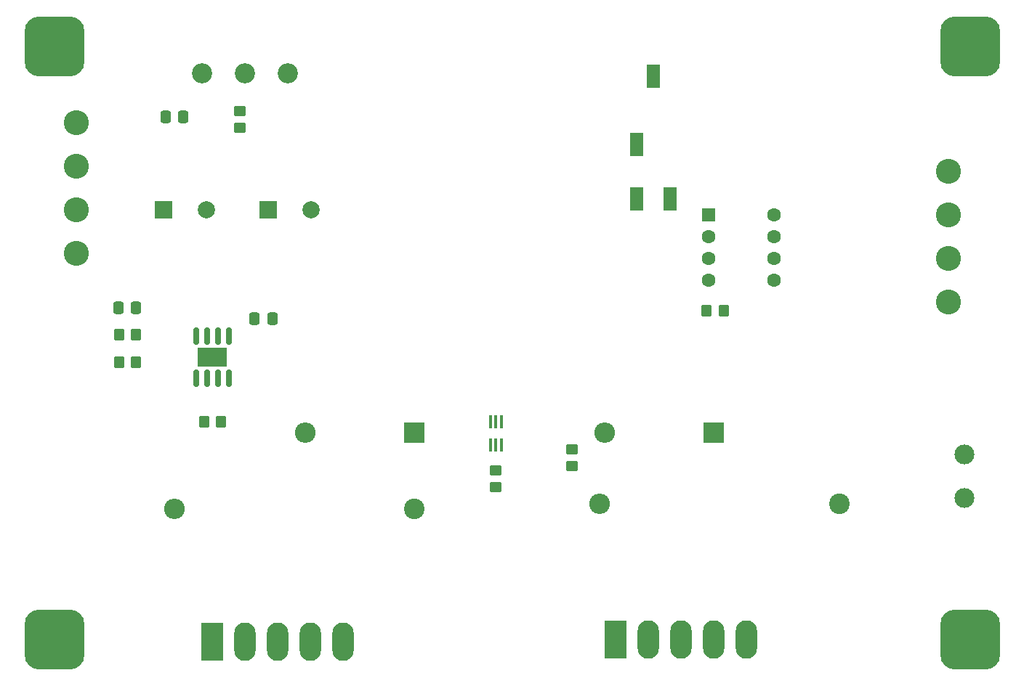
<source format=gbr>
%TF.GenerationSoftware,KiCad,Pcbnew,9.0.0*%
%TF.CreationDate,2025-04-04T13:00:48-06:00*%
%TF.ProjectId,High Power Class AB,48696768-2050-46f7-9765-7220436c6173,rev?*%
%TF.SameCoordinates,Original*%
%TF.FileFunction,Soldermask,Top*%
%TF.FilePolarity,Negative*%
%FSLAX46Y46*%
G04 Gerber Fmt 4.6, Leading zero omitted, Abs format (unit mm)*
G04 Created by KiCad (PCBNEW 9.0.0) date 2025-04-04 13:00:48*
%MOMM*%
%LPD*%
G01*
G04 APERTURE LIST*
G04 Aperture macros list*
%AMRoundRect*
0 Rectangle with rounded corners*
0 $1 Rounding radius*
0 $2 $3 $4 $5 $6 $7 $8 $9 X,Y pos of 4 corners*
0 Add a 4 corners polygon primitive as box body*
4,1,4,$2,$3,$4,$5,$6,$7,$8,$9,$2,$3,0*
0 Add four circle primitives for the rounded corners*
1,1,$1+$1,$2,$3*
1,1,$1+$1,$4,$5*
1,1,$1+$1,$6,$7*
1,1,$1+$1,$8,$9*
0 Add four rect primitives between the rounded corners*
20,1,$1+$1,$2,$3,$4,$5,0*
20,1,$1+$1,$4,$5,$6,$7,0*
20,1,$1+$1,$6,$7,$8,$9,0*
20,1,$1+$1,$8,$9,$2,$3,0*%
G04 Aperture macros list end*
%ADD10R,2.000000X2.000000*%
%ADD11C,2.000000*%
%ADD12C,2.921000*%
%ADD13RoundRect,1.746250X-1.746250X-1.746250X1.746250X-1.746250X1.746250X1.746250X-1.746250X1.746250X0*%
%ADD14RoundRect,0.250000X-0.350000X-0.450000X0.350000X-0.450000X0.350000X0.450000X-0.350000X0.450000X0*%
%ADD15R,1.524000X2.692400*%
%ADD16R,2.400000X2.400000*%
%ADD17O,2.400000X2.400000*%
%ADD18C,2.400000*%
%ADD19C,2.311400*%
%ADD20RoundRect,0.250000X0.450000X-0.350000X0.450000X0.350000X-0.450000X0.350000X-0.450000X-0.350000X0*%
%ADD21RoundRect,0.250000X-0.337500X-0.475000X0.337500X-0.475000X0.337500X0.475000X-0.337500X0.475000X0*%
%ADD22RoundRect,0.100000X0.100000X-0.650000X0.100000X0.650000X-0.100000X0.650000X-0.100000X-0.650000X0*%
%ADD23RoundRect,0.150000X-0.150000X0.825000X-0.150000X-0.825000X0.150000X-0.825000X0.150000X0.825000X0*%
%ADD24R,3.500000X2.300000*%
%ADD25R,2.500000X4.500000*%
%ADD26O,2.500000X4.500000*%
%ADD27RoundRect,0.250000X-0.550000X-0.550000X0.550000X-0.550000X0.550000X0.550000X-0.550000X0.550000X0*%
%ADD28C,1.600000*%
%ADD29RoundRect,0.250000X0.350000X0.450000X-0.350000X0.450000X-0.350000X-0.450000X0.350000X-0.450000X0*%
%ADD30RoundRect,0.250000X0.337500X0.475000X-0.337500X0.475000X-0.337500X-0.475000X0.337500X-0.475000X0*%
%ADD31C,2.340000*%
%ADD32RoundRect,0.250000X-0.450000X0.350000X-0.450000X-0.350000X0.450000X-0.350000X0.450000X0.350000X0*%
G04 APERTURE END LIST*
D10*
%TO.C,C6*%
X100502323Y-86360000D03*
D11*
X105502323Y-86360000D03*
%TD*%
D12*
%TO.C,J4*%
X179705000Y-81915000D03*
X179705000Y-86995000D03*
X179705000Y-92075000D03*
X179705000Y-97155000D03*
%TD*%
D13*
%TO.C,REF\u002A\u002A*%
X182245000Y-136525000D03*
%TD*%
D14*
%TO.C,R1*%
X83090000Y-100965000D03*
X85090000Y-100965000D03*
%TD*%
D12*
%TO.C,J2*%
X78105000Y-91440000D03*
X78105000Y-86360000D03*
X78105000Y-81280000D03*
X78105000Y-76200000D03*
%TD*%
D15*
%TO.C,J1*%
X143357600Y-78740000D03*
X147320000Y-85090000D03*
X145338800Y-70840600D03*
X143357600Y-85090000D03*
%TD*%
D16*
%TO.C,D2*%
X152400000Y-112395000D03*
D17*
X139700000Y-112395000D03*
%TD*%
D18*
%TO.C,R7*%
X117475000Y-121285000D03*
D17*
X89535000Y-121285000D03*
%TD*%
D19*
%TO.C,J3*%
X181610000Y-120015000D03*
X181610000Y-114935000D03*
%TD*%
D20*
%TO.C,R6*%
X135890000Y-116300000D03*
X135890000Y-114300000D03*
%TD*%
D21*
%TO.C,C4*%
X98890000Y-99060000D03*
X100965000Y-99060000D03*
%TD*%
D22*
%TO.C,Q1*%
X126350000Y-113785000D03*
X127000000Y-113785000D03*
X127650000Y-113785000D03*
X127650000Y-111125000D03*
X127000000Y-111125000D03*
X126350000Y-111125000D03*
%TD*%
D23*
%TO.C,U1*%
X95885000Y-101095000D03*
X94615000Y-101095000D03*
X93345000Y-101095000D03*
X92075000Y-101095000D03*
D24*
X93980000Y-103570000D03*
D23*
X92075000Y-106045000D03*
X93345000Y-106045000D03*
X94615000Y-106045000D03*
X95885000Y-106045000D03*
%TD*%
D25*
%TO.C,Q3*%
X140970000Y-136525000D03*
D26*
X144780000Y-136525000D03*
X148590000Y-136525000D03*
X152400000Y-136525000D03*
X156210000Y-136525000D03*
%TD*%
D13*
%TO.C,REF\u002A\u002A*%
X182245000Y-67310000D03*
%TD*%
D27*
%TO.C,U2*%
X151765000Y-86995000D03*
D28*
X151765000Y-89535000D03*
X151765000Y-92075000D03*
X151765000Y-94615000D03*
X159385000Y-94615000D03*
X159385000Y-92075000D03*
X159385000Y-89535000D03*
X159385000Y-86995000D03*
%TD*%
D13*
%TO.C,REF\u002A\u002A*%
X75565000Y-136525000D03*
%TD*%
D29*
%TO.C,R2*%
X85090000Y-104140000D03*
X83090000Y-104140000D03*
%TD*%
D21*
%TO.C,C5*%
X88497500Y-75565000D03*
X90572500Y-75565000D03*
%TD*%
D25*
%TO.C,Q2*%
X93980000Y-136735000D03*
D26*
X97790000Y-136735000D03*
X101600000Y-136735000D03*
X105410000Y-136735000D03*
X109220000Y-136735000D03*
%TD*%
D30*
%TO.C,C3*%
X85090000Y-97790000D03*
X83015000Y-97790000D03*
%TD*%
D31*
%TO.C,RV1*%
X102790000Y-70485000D03*
X97790000Y-70485000D03*
X92790000Y-70485000D03*
%TD*%
D32*
%TO.C,R4*%
X97155000Y-74835000D03*
X97155000Y-76835000D03*
%TD*%
D10*
%TO.C,C2*%
X88265000Y-86360000D03*
D11*
X93265000Y-86360000D03*
%TD*%
D14*
%TO.C,R9*%
X151555000Y-98135000D03*
X153555000Y-98135000D03*
%TD*%
D13*
%TO.C,REF\u002A\u002A*%
X75565000Y-67310000D03*
%TD*%
D18*
%TO.C,R8*%
X167005000Y-120650000D03*
D17*
X139065000Y-120650000D03*
%TD*%
D29*
%TO.C,R3*%
X94980000Y-111125000D03*
X92980000Y-111125000D03*
%TD*%
D16*
%TO.C,D1*%
X117475000Y-112395000D03*
D17*
X104775000Y-112395000D03*
%TD*%
D32*
%TO.C,R5*%
X127000000Y-116745000D03*
X127000000Y-118745000D03*
%TD*%
M02*

</source>
